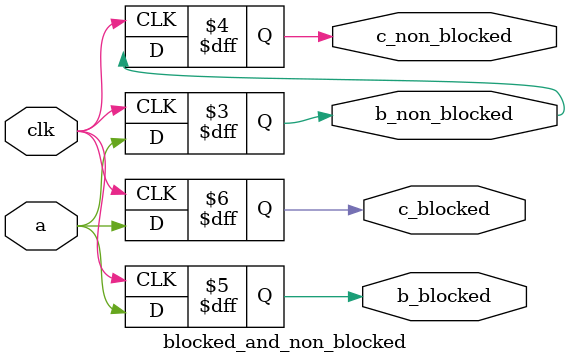
<source format=v>
`timescale 1ns / 1ps
module blocked_and_non_blocked(
    input clk,
    input a,
    output reg b_blocked,
    output reg c_blocked,
    output reg b_non_blocked,
    output reg c_non_blocked
    );

     // ×èÈû¸³Öµ
     always @(posedge clk) begin
        b_blocked = a;
        c_blocked = b_blocked;
     end
     // ·Ç×èÈû¸³Öµ
     always @(posedge clk) begin
        b_non_blocked <= a;
        c_non_blocked <= b_non_blocked;
     end
endmodule
</source>
